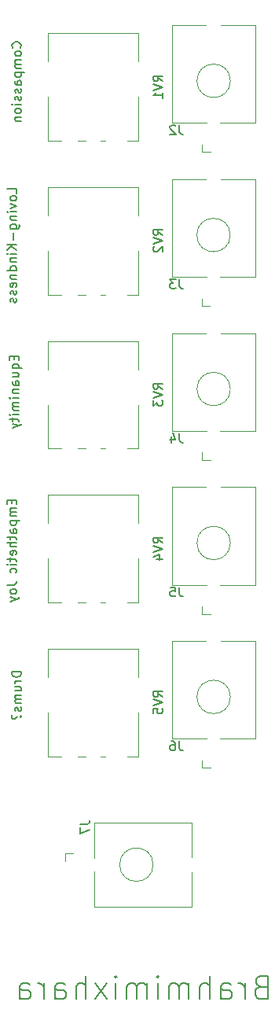
<source format=gbr>
%TF.GenerationSoftware,KiCad,Pcbnew,(7.0.0)*%
%TF.CreationDate,2023-03-10T05:54:07-08:00*%
%TF.ProjectId,wismix,7769736d-6978-42e6-9b69-6361645f7063,rev?*%
%TF.SameCoordinates,Original*%
%TF.FileFunction,Legend,Bot*%
%TF.FilePolarity,Positive*%
%FSLAX46Y46*%
G04 Gerber Fmt 4.6, Leading zero omitted, Abs format (unit mm)*
G04 Created by KiCad (PCBNEW (7.0.0)) date 2023-03-10 05:54:07*
%MOMM*%
%LPD*%
G01*
G04 APERTURE LIST*
%ADD10C,0.150000*%
%ADD11C,0.120000*%
%ADD12O,2.720000X3.240000*%
%ADD13R,1.800000X1.800000*%
%ADD14C,1.800000*%
%ADD15C,2.130000*%
%ADD16R,1.830000X1.930000*%
%ADD17R,1.930000X1.830000*%
G04 APERTURE END LIST*
D10*
X22532380Y-100738095D02*
X21532380Y-100738095D01*
X21532380Y-100738095D02*
X21532380Y-100976190D01*
X21532380Y-100976190D02*
X21580000Y-101119047D01*
X21580000Y-101119047D02*
X21675238Y-101214285D01*
X21675238Y-101214285D02*
X21770476Y-101261904D01*
X21770476Y-101261904D02*
X21960952Y-101309523D01*
X21960952Y-101309523D02*
X22103809Y-101309523D01*
X22103809Y-101309523D02*
X22294285Y-101261904D01*
X22294285Y-101261904D02*
X22389523Y-101214285D01*
X22389523Y-101214285D02*
X22484761Y-101119047D01*
X22484761Y-101119047D02*
X22532380Y-100976190D01*
X22532380Y-100976190D02*
X22532380Y-100738095D01*
X22532380Y-101738095D02*
X21865714Y-101738095D01*
X22056190Y-101738095D02*
X21960952Y-101785714D01*
X21960952Y-101785714D02*
X21913333Y-101833333D01*
X21913333Y-101833333D02*
X21865714Y-101928571D01*
X21865714Y-101928571D02*
X21865714Y-102023809D01*
X21865714Y-102785714D02*
X22532380Y-102785714D01*
X21865714Y-102357143D02*
X22389523Y-102357143D01*
X22389523Y-102357143D02*
X22484761Y-102404762D01*
X22484761Y-102404762D02*
X22532380Y-102500000D01*
X22532380Y-102500000D02*
X22532380Y-102642857D01*
X22532380Y-102642857D02*
X22484761Y-102738095D01*
X22484761Y-102738095D02*
X22437142Y-102785714D01*
X22532380Y-103261905D02*
X21865714Y-103261905D01*
X21960952Y-103261905D02*
X21913333Y-103309524D01*
X21913333Y-103309524D02*
X21865714Y-103404762D01*
X21865714Y-103404762D02*
X21865714Y-103547619D01*
X21865714Y-103547619D02*
X21913333Y-103642857D01*
X21913333Y-103642857D02*
X22008571Y-103690476D01*
X22008571Y-103690476D02*
X22532380Y-103690476D01*
X22008571Y-103690476D02*
X21913333Y-103738095D01*
X21913333Y-103738095D02*
X21865714Y-103833333D01*
X21865714Y-103833333D02*
X21865714Y-103976190D01*
X21865714Y-103976190D02*
X21913333Y-104071429D01*
X21913333Y-104071429D02*
X22008571Y-104119048D01*
X22008571Y-104119048D02*
X22532380Y-104119048D01*
X22484761Y-104547619D02*
X22532380Y-104642857D01*
X22532380Y-104642857D02*
X22532380Y-104833333D01*
X22532380Y-104833333D02*
X22484761Y-104928571D01*
X22484761Y-104928571D02*
X22389523Y-104976190D01*
X22389523Y-104976190D02*
X22341904Y-104976190D01*
X22341904Y-104976190D02*
X22246666Y-104928571D01*
X22246666Y-104928571D02*
X22199047Y-104833333D01*
X22199047Y-104833333D02*
X22199047Y-104690476D01*
X22199047Y-104690476D02*
X22151428Y-104595238D01*
X22151428Y-104595238D02*
X22056190Y-104547619D01*
X22056190Y-104547619D02*
X22008571Y-104547619D01*
X22008571Y-104547619D02*
X21913333Y-104595238D01*
X21913333Y-104595238D02*
X21865714Y-104690476D01*
X21865714Y-104690476D02*
X21865714Y-104833333D01*
X21865714Y-104833333D02*
X21913333Y-104928571D01*
X22437142Y-105547619D02*
X22484761Y-105595238D01*
X22484761Y-105595238D02*
X22532380Y-105547619D01*
X22532380Y-105547619D02*
X22484761Y-105500000D01*
X22484761Y-105500000D02*
X22437142Y-105547619D01*
X22437142Y-105547619D02*
X22532380Y-105547619D01*
X21580000Y-105357143D02*
X21532380Y-105452381D01*
X21532380Y-105452381D02*
X21532380Y-105690476D01*
X21532380Y-105690476D02*
X21580000Y-105785714D01*
X21580000Y-105785714D02*
X21675238Y-105833333D01*
X21675238Y-105833333D02*
X21770476Y-105833333D01*
X21770476Y-105833333D02*
X21865714Y-105785714D01*
X21865714Y-105785714D02*
X21913333Y-105738095D01*
X21913333Y-105738095D02*
X21960952Y-105642857D01*
X21960952Y-105642857D02*
X22008571Y-105595238D01*
X22008571Y-105595238D02*
X22103809Y-105547619D01*
X22103809Y-105547619D02*
X22151428Y-105547619D01*
X21508571Y-82238095D02*
X21508571Y-82571428D01*
X22032380Y-82714285D02*
X22032380Y-82238095D01*
X22032380Y-82238095D02*
X21032380Y-82238095D01*
X21032380Y-82238095D02*
X21032380Y-82714285D01*
X22032380Y-83142857D02*
X21365714Y-83142857D01*
X21460952Y-83142857D02*
X21413333Y-83190476D01*
X21413333Y-83190476D02*
X21365714Y-83285714D01*
X21365714Y-83285714D02*
X21365714Y-83428571D01*
X21365714Y-83428571D02*
X21413333Y-83523809D01*
X21413333Y-83523809D02*
X21508571Y-83571428D01*
X21508571Y-83571428D02*
X22032380Y-83571428D01*
X21508571Y-83571428D02*
X21413333Y-83619047D01*
X21413333Y-83619047D02*
X21365714Y-83714285D01*
X21365714Y-83714285D02*
X21365714Y-83857142D01*
X21365714Y-83857142D02*
X21413333Y-83952381D01*
X21413333Y-83952381D02*
X21508571Y-84000000D01*
X21508571Y-84000000D02*
X22032380Y-84000000D01*
X21365714Y-84476190D02*
X22365714Y-84476190D01*
X21413333Y-84476190D02*
X21365714Y-84571428D01*
X21365714Y-84571428D02*
X21365714Y-84761904D01*
X21365714Y-84761904D02*
X21413333Y-84857142D01*
X21413333Y-84857142D02*
X21460952Y-84904761D01*
X21460952Y-84904761D02*
X21556190Y-84952380D01*
X21556190Y-84952380D02*
X21841904Y-84952380D01*
X21841904Y-84952380D02*
X21937142Y-84904761D01*
X21937142Y-84904761D02*
X21984761Y-84857142D01*
X21984761Y-84857142D02*
X22032380Y-84761904D01*
X22032380Y-84761904D02*
X22032380Y-84571428D01*
X22032380Y-84571428D02*
X21984761Y-84476190D01*
X22032380Y-85809523D02*
X21508571Y-85809523D01*
X21508571Y-85809523D02*
X21413333Y-85761904D01*
X21413333Y-85761904D02*
X21365714Y-85666666D01*
X21365714Y-85666666D02*
X21365714Y-85476190D01*
X21365714Y-85476190D02*
X21413333Y-85380952D01*
X21984761Y-85809523D02*
X22032380Y-85714285D01*
X22032380Y-85714285D02*
X22032380Y-85476190D01*
X22032380Y-85476190D02*
X21984761Y-85380952D01*
X21984761Y-85380952D02*
X21889523Y-85333333D01*
X21889523Y-85333333D02*
X21794285Y-85333333D01*
X21794285Y-85333333D02*
X21699047Y-85380952D01*
X21699047Y-85380952D02*
X21651428Y-85476190D01*
X21651428Y-85476190D02*
X21651428Y-85714285D01*
X21651428Y-85714285D02*
X21603809Y-85809523D01*
X21365714Y-86142857D02*
X21365714Y-86523809D01*
X21032380Y-86285714D02*
X21889523Y-86285714D01*
X21889523Y-86285714D02*
X21984761Y-86333333D01*
X21984761Y-86333333D02*
X22032380Y-86428571D01*
X22032380Y-86428571D02*
X22032380Y-86523809D01*
X22032380Y-86857143D02*
X21032380Y-86857143D01*
X22032380Y-87285714D02*
X21508571Y-87285714D01*
X21508571Y-87285714D02*
X21413333Y-87238095D01*
X21413333Y-87238095D02*
X21365714Y-87142857D01*
X21365714Y-87142857D02*
X21365714Y-87000000D01*
X21365714Y-87000000D02*
X21413333Y-86904762D01*
X21413333Y-86904762D02*
X21460952Y-86857143D01*
X21984761Y-88142857D02*
X22032380Y-88047619D01*
X22032380Y-88047619D02*
X22032380Y-87857143D01*
X22032380Y-87857143D02*
X21984761Y-87761905D01*
X21984761Y-87761905D02*
X21889523Y-87714286D01*
X21889523Y-87714286D02*
X21508571Y-87714286D01*
X21508571Y-87714286D02*
X21413333Y-87761905D01*
X21413333Y-87761905D02*
X21365714Y-87857143D01*
X21365714Y-87857143D02*
X21365714Y-88047619D01*
X21365714Y-88047619D02*
X21413333Y-88142857D01*
X21413333Y-88142857D02*
X21508571Y-88190476D01*
X21508571Y-88190476D02*
X21603809Y-88190476D01*
X21603809Y-88190476D02*
X21699047Y-87714286D01*
X21365714Y-88476191D02*
X21365714Y-88857143D01*
X21032380Y-88619048D02*
X21889523Y-88619048D01*
X21889523Y-88619048D02*
X21984761Y-88666667D01*
X21984761Y-88666667D02*
X22032380Y-88761905D01*
X22032380Y-88761905D02*
X22032380Y-88857143D01*
X22032380Y-89190477D02*
X21365714Y-89190477D01*
X21032380Y-89190477D02*
X21080000Y-89142858D01*
X21080000Y-89142858D02*
X21127619Y-89190477D01*
X21127619Y-89190477D02*
X21080000Y-89238096D01*
X21080000Y-89238096D02*
X21032380Y-89190477D01*
X21032380Y-89190477D02*
X21127619Y-89190477D01*
X21984761Y-90095238D02*
X22032380Y-90000000D01*
X22032380Y-90000000D02*
X22032380Y-89809524D01*
X22032380Y-89809524D02*
X21984761Y-89714286D01*
X21984761Y-89714286D02*
X21937142Y-89666667D01*
X21937142Y-89666667D02*
X21841904Y-89619048D01*
X21841904Y-89619048D02*
X21556190Y-89619048D01*
X21556190Y-89619048D02*
X21460952Y-89666667D01*
X21460952Y-89666667D02*
X21413333Y-89714286D01*
X21413333Y-89714286D02*
X21365714Y-89809524D01*
X21365714Y-89809524D02*
X21365714Y-90000000D01*
X21365714Y-90000000D02*
X21413333Y-90095238D01*
X21032380Y-91409524D02*
X21746666Y-91409524D01*
X21746666Y-91409524D02*
X21889523Y-91361905D01*
X21889523Y-91361905D02*
X21984761Y-91266667D01*
X21984761Y-91266667D02*
X22032380Y-91123810D01*
X22032380Y-91123810D02*
X22032380Y-91028572D01*
X22032380Y-92028572D02*
X21984761Y-91933334D01*
X21984761Y-91933334D02*
X21937142Y-91885715D01*
X21937142Y-91885715D02*
X21841904Y-91838096D01*
X21841904Y-91838096D02*
X21556190Y-91838096D01*
X21556190Y-91838096D02*
X21460952Y-91885715D01*
X21460952Y-91885715D02*
X21413333Y-91933334D01*
X21413333Y-91933334D02*
X21365714Y-92028572D01*
X21365714Y-92028572D02*
X21365714Y-92171429D01*
X21365714Y-92171429D02*
X21413333Y-92266667D01*
X21413333Y-92266667D02*
X21460952Y-92314286D01*
X21460952Y-92314286D02*
X21556190Y-92361905D01*
X21556190Y-92361905D02*
X21841904Y-92361905D01*
X21841904Y-92361905D02*
X21937142Y-92314286D01*
X21937142Y-92314286D02*
X21984761Y-92266667D01*
X21984761Y-92266667D02*
X22032380Y-92171429D01*
X22032380Y-92171429D02*
X22032380Y-92028572D01*
X21365714Y-92695239D02*
X22032380Y-92933334D01*
X21365714Y-93171429D02*
X22032380Y-92933334D01*
X22032380Y-92933334D02*
X22270476Y-92838096D01*
X22270476Y-92838096D02*
X22318095Y-92790477D01*
X22318095Y-92790477D02*
X22365714Y-92695239D01*
X21758571Y-66738095D02*
X21758571Y-67071428D01*
X22282380Y-67214285D02*
X22282380Y-66738095D01*
X22282380Y-66738095D02*
X21282380Y-66738095D01*
X21282380Y-66738095D02*
X21282380Y-67214285D01*
X21615714Y-68071428D02*
X22615714Y-68071428D01*
X22234761Y-68071428D02*
X22282380Y-67976190D01*
X22282380Y-67976190D02*
X22282380Y-67785714D01*
X22282380Y-67785714D02*
X22234761Y-67690476D01*
X22234761Y-67690476D02*
X22187142Y-67642857D01*
X22187142Y-67642857D02*
X22091904Y-67595238D01*
X22091904Y-67595238D02*
X21806190Y-67595238D01*
X21806190Y-67595238D02*
X21710952Y-67642857D01*
X21710952Y-67642857D02*
X21663333Y-67690476D01*
X21663333Y-67690476D02*
X21615714Y-67785714D01*
X21615714Y-67785714D02*
X21615714Y-67976190D01*
X21615714Y-67976190D02*
X21663333Y-68071428D01*
X21615714Y-68976190D02*
X22282380Y-68976190D01*
X21615714Y-68547619D02*
X22139523Y-68547619D01*
X22139523Y-68547619D02*
X22234761Y-68595238D01*
X22234761Y-68595238D02*
X22282380Y-68690476D01*
X22282380Y-68690476D02*
X22282380Y-68833333D01*
X22282380Y-68833333D02*
X22234761Y-68928571D01*
X22234761Y-68928571D02*
X22187142Y-68976190D01*
X22282380Y-69880952D02*
X21758571Y-69880952D01*
X21758571Y-69880952D02*
X21663333Y-69833333D01*
X21663333Y-69833333D02*
X21615714Y-69738095D01*
X21615714Y-69738095D02*
X21615714Y-69547619D01*
X21615714Y-69547619D02*
X21663333Y-69452381D01*
X22234761Y-69880952D02*
X22282380Y-69785714D01*
X22282380Y-69785714D02*
X22282380Y-69547619D01*
X22282380Y-69547619D02*
X22234761Y-69452381D01*
X22234761Y-69452381D02*
X22139523Y-69404762D01*
X22139523Y-69404762D02*
X22044285Y-69404762D01*
X22044285Y-69404762D02*
X21949047Y-69452381D01*
X21949047Y-69452381D02*
X21901428Y-69547619D01*
X21901428Y-69547619D02*
X21901428Y-69785714D01*
X21901428Y-69785714D02*
X21853809Y-69880952D01*
X21615714Y-70357143D02*
X22282380Y-70357143D01*
X21710952Y-70357143D02*
X21663333Y-70404762D01*
X21663333Y-70404762D02*
X21615714Y-70500000D01*
X21615714Y-70500000D02*
X21615714Y-70642857D01*
X21615714Y-70642857D02*
X21663333Y-70738095D01*
X21663333Y-70738095D02*
X21758571Y-70785714D01*
X21758571Y-70785714D02*
X22282380Y-70785714D01*
X22282380Y-71261905D02*
X21615714Y-71261905D01*
X21282380Y-71261905D02*
X21330000Y-71214286D01*
X21330000Y-71214286D02*
X21377619Y-71261905D01*
X21377619Y-71261905D02*
X21330000Y-71309524D01*
X21330000Y-71309524D02*
X21282380Y-71261905D01*
X21282380Y-71261905D02*
X21377619Y-71261905D01*
X22282380Y-71738095D02*
X21615714Y-71738095D01*
X21710952Y-71738095D02*
X21663333Y-71785714D01*
X21663333Y-71785714D02*
X21615714Y-71880952D01*
X21615714Y-71880952D02*
X21615714Y-72023809D01*
X21615714Y-72023809D02*
X21663333Y-72119047D01*
X21663333Y-72119047D02*
X21758571Y-72166666D01*
X21758571Y-72166666D02*
X22282380Y-72166666D01*
X21758571Y-72166666D02*
X21663333Y-72214285D01*
X21663333Y-72214285D02*
X21615714Y-72309523D01*
X21615714Y-72309523D02*
X21615714Y-72452380D01*
X21615714Y-72452380D02*
X21663333Y-72547619D01*
X21663333Y-72547619D02*
X21758571Y-72595238D01*
X21758571Y-72595238D02*
X22282380Y-72595238D01*
X22282380Y-73071428D02*
X21615714Y-73071428D01*
X21282380Y-73071428D02*
X21330000Y-73023809D01*
X21330000Y-73023809D02*
X21377619Y-73071428D01*
X21377619Y-73071428D02*
X21330000Y-73119047D01*
X21330000Y-73119047D02*
X21282380Y-73071428D01*
X21282380Y-73071428D02*
X21377619Y-73071428D01*
X21615714Y-73404761D02*
X21615714Y-73785713D01*
X21282380Y-73547618D02*
X22139523Y-73547618D01*
X22139523Y-73547618D02*
X22234761Y-73595237D01*
X22234761Y-73595237D02*
X22282380Y-73690475D01*
X22282380Y-73690475D02*
X22282380Y-73785713D01*
X21615714Y-74023809D02*
X22282380Y-74261904D01*
X21615714Y-74499999D02*
X22282380Y-74261904D01*
X22282380Y-74261904D02*
X22520476Y-74166666D01*
X22520476Y-74166666D02*
X22568095Y-74119047D01*
X22568095Y-74119047D02*
X22615714Y-74023809D01*
X22032380Y-49214285D02*
X22032380Y-48738095D01*
X22032380Y-48738095D02*
X21032380Y-48738095D01*
X22032380Y-49690476D02*
X21984761Y-49595238D01*
X21984761Y-49595238D02*
X21937142Y-49547619D01*
X21937142Y-49547619D02*
X21841904Y-49500000D01*
X21841904Y-49500000D02*
X21556190Y-49500000D01*
X21556190Y-49500000D02*
X21460952Y-49547619D01*
X21460952Y-49547619D02*
X21413333Y-49595238D01*
X21413333Y-49595238D02*
X21365714Y-49690476D01*
X21365714Y-49690476D02*
X21365714Y-49833333D01*
X21365714Y-49833333D02*
X21413333Y-49928571D01*
X21413333Y-49928571D02*
X21460952Y-49976190D01*
X21460952Y-49976190D02*
X21556190Y-50023809D01*
X21556190Y-50023809D02*
X21841904Y-50023809D01*
X21841904Y-50023809D02*
X21937142Y-49976190D01*
X21937142Y-49976190D02*
X21984761Y-49928571D01*
X21984761Y-49928571D02*
X22032380Y-49833333D01*
X22032380Y-49833333D02*
X22032380Y-49690476D01*
X21365714Y-50357143D02*
X22032380Y-50595238D01*
X22032380Y-50595238D02*
X21365714Y-50833333D01*
X22032380Y-51214286D02*
X21365714Y-51214286D01*
X21032380Y-51214286D02*
X21080000Y-51166667D01*
X21080000Y-51166667D02*
X21127619Y-51214286D01*
X21127619Y-51214286D02*
X21080000Y-51261905D01*
X21080000Y-51261905D02*
X21032380Y-51214286D01*
X21032380Y-51214286D02*
X21127619Y-51214286D01*
X21365714Y-51690476D02*
X22032380Y-51690476D01*
X21460952Y-51690476D02*
X21413333Y-51738095D01*
X21413333Y-51738095D02*
X21365714Y-51833333D01*
X21365714Y-51833333D02*
X21365714Y-51976190D01*
X21365714Y-51976190D02*
X21413333Y-52071428D01*
X21413333Y-52071428D02*
X21508571Y-52119047D01*
X21508571Y-52119047D02*
X22032380Y-52119047D01*
X21365714Y-53023809D02*
X22175238Y-53023809D01*
X22175238Y-53023809D02*
X22270476Y-52976190D01*
X22270476Y-52976190D02*
X22318095Y-52928571D01*
X22318095Y-52928571D02*
X22365714Y-52833333D01*
X22365714Y-52833333D02*
X22365714Y-52690476D01*
X22365714Y-52690476D02*
X22318095Y-52595238D01*
X21984761Y-53023809D02*
X22032380Y-52928571D01*
X22032380Y-52928571D02*
X22032380Y-52738095D01*
X22032380Y-52738095D02*
X21984761Y-52642857D01*
X21984761Y-52642857D02*
X21937142Y-52595238D01*
X21937142Y-52595238D02*
X21841904Y-52547619D01*
X21841904Y-52547619D02*
X21556190Y-52547619D01*
X21556190Y-52547619D02*
X21460952Y-52595238D01*
X21460952Y-52595238D02*
X21413333Y-52642857D01*
X21413333Y-52642857D02*
X21365714Y-52738095D01*
X21365714Y-52738095D02*
X21365714Y-52928571D01*
X21365714Y-52928571D02*
X21413333Y-53023809D01*
X21651428Y-53500000D02*
X21651428Y-54261905D01*
X22032380Y-54738095D02*
X21032380Y-54738095D01*
X22032380Y-55309523D02*
X21460952Y-54880952D01*
X21032380Y-55309523D02*
X21603809Y-54738095D01*
X22032380Y-55738095D02*
X21365714Y-55738095D01*
X21032380Y-55738095D02*
X21080000Y-55690476D01*
X21080000Y-55690476D02*
X21127619Y-55738095D01*
X21127619Y-55738095D02*
X21080000Y-55785714D01*
X21080000Y-55785714D02*
X21032380Y-55738095D01*
X21032380Y-55738095D02*
X21127619Y-55738095D01*
X21365714Y-56214285D02*
X22032380Y-56214285D01*
X21460952Y-56214285D02*
X21413333Y-56261904D01*
X21413333Y-56261904D02*
X21365714Y-56357142D01*
X21365714Y-56357142D02*
X21365714Y-56499999D01*
X21365714Y-56499999D02*
X21413333Y-56595237D01*
X21413333Y-56595237D02*
X21508571Y-56642856D01*
X21508571Y-56642856D02*
X22032380Y-56642856D01*
X22032380Y-57547618D02*
X21032380Y-57547618D01*
X21984761Y-57547618D02*
X22032380Y-57452380D01*
X22032380Y-57452380D02*
X22032380Y-57261904D01*
X22032380Y-57261904D02*
X21984761Y-57166666D01*
X21984761Y-57166666D02*
X21937142Y-57119047D01*
X21937142Y-57119047D02*
X21841904Y-57071428D01*
X21841904Y-57071428D02*
X21556190Y-57071428D01*
X21556190Y-57071428D02*
X21460952Y-57119047D01*
X21460952Y-57119047D02*
X21413333Y-57166666D01*
X21413333Y-57166666D02*
X21365714Y-57261904D01*
X21365714Y-57261904D02*
X21365714Y-57452380D01*
X21365714Y-57452380D02*
X21413333Y-57547618D01*
X21365714Y-58023809D02*
X22032380Y-58023809D01*
X21460952Y-58023809D02*
X21413333Y-58071428D01*
X21413333Y-58071428D02*
X21365714Y-58166666D01*
X21365714Y-58166666D02*
X21365714Y-58309523D01*
X21365714Y-58309523D02*
X21413333Y-58404761D01*
X21413333Y-58404761D02*
X21508571Y-58452380D01*
X21508571Y-58452380D02*
X22032380Y-58452380D01*
X21984761Y-59309523D02*
X22032380Y-59214285D01*
X22032380Y-59214285D02*
X22032380Y-59023809D01*
X22032380Y-59023809D02*
X21984761Y-58928571D01*
X21984761Y-58928571D02*
X21889523Y-58880952D01*
X21889523Y-58880952D02*
X21508571Y-58880952D01*
X21508571Y-58880952D02*
X21413333Y-58928571D01*
X21413333Y-58928571D02*
X21365714Y-59023809D01*
X21365714Y-59023809D02*
X21365714Y-59214285D01*
X21365714Y-59214285D02*
X21413333Y-59309523D01*
X21413333Y-59309523D02*
X21508571Y-59357142D01*
X21508571Y-59357142D02*
X21603809Y-59357142D01*
X21603809Y-59357142D02*
X21699047Y-58880952D01*
X21984761Y-59738095D02*
X22032380Y-59833333D01*
X22032380Y-59833333D02*
X22032380Y-60023809D01*
X22032380Y-60023809D02*
X21984761Y-60119047D01*
X21984761Y-60119047D02*
X21889523Y-60166666D01*
X21889523Y-60166666D02*
X21841904Y-60166666D01*
X21841904Y-60166666D02*
X21746666Y-60119047D01*
X21746666Y-60119047D02*
X21699047Y-60023809D01*
X21699047Y-60023809D02*
X21699047Y-59880952D01*
X21699047Y-59880952D02*
X21651428Y-59785714D01*
X21651428Y-59785714D02*
X21556190Y-59738095D01*
X21556190Y-59738095D02*
X21508571Y-59738095D01*
X21508571Y-59738095D02*
X21413333Y-59785714D01*
X21413333Y-59785714D02*
X21365714Y-59880952D01*
X21365714Y-59880952D02*
X21365714Y-60023809D01*
X21365714Y-60023809D02*
X21413333Y-60119047D01*
X21984761Y-60547619D02*
X22032380Y-60642857D01*
X22032380Y-60642857D02*
X22032380Y-60833333D01*
X22032380Y-60833333D02*
X21984761Y-60928571D01*
X21984761Y-60928571D02*
X21889523Y-60976190D01*
X21889523Y-60976190D02*
X21841904Y-60976190D01*
X21841904Y-60976190D02*
X21746666Y-60928571D01*
X21746666Y-60928571D02*
X21699047Y-60833333D01*
X21699047Y-60833333D02*
X21699047Y-60690476D01*
X21699047Y-60690476D02*
X21651428Y-60595238D01*
X21651428Y-60595238D02*
X21556190Y-60547619D01*
X21556190Y-60547619D02*
X21508571Y-60547619D01*
X21508571Y-60547619D02*
X21413333Y-60595238D01*
X21413333Y-60595238D02*
X21365714Y-60690476D01*
X21365714Y-60690476D02*
X21365714Y-60833333D01*
X21365714Y-60833333D02*
X21413333Y-60928571D01*
X22437142Y-33559523D02*
X22484761Y-33511904D01*
X22484761Y-33511904D02*
X22532380Y-33369047D01*
X22532380Y-33369047D02*
X22532380Y-33273809D01*
X22532380Y-33273809D02*
X22484761Y-33130952D01*
X22484761Y-33130952D02*
X22389523Y-33035714D01*
X22389523Y-33035714D02*
X22294285Y-32988095D01*
X22294285Y-32988095D02*
X22103809Y-32940476D01*
X22103809Y-32940476D02*
X21960952Y-32940476D01*
X21960952Y-32940476D02*
X21770476Y-32988095D01*
X21770476Y-32988095D02*
X21675238Y-33035714D01*
X21675238Y-33035714D02*
X21580000Y-33130952D01*
X21580000Y-33130952D02*
X21532380Y-33273809D01*
X21532380Y-33273809D02*
X21532380Y-33369047D01*
X21532380Y-33369047D02*
X21580000Y-33511904D01*
X21580000Y-33511904D02*
X21627619Y-33559523D01*
X22532380Y-34130952D02*
X22484761Y-34035714D01*
X22484761Y-34035714D02*
X22437142Y-33988095D01*
X22437142Y-33988095D02*
X22341904Y-33940476D01*
X22341904Y-33940476D02*
X22056190Y-33940476D01*
X22056190Y-33940476D02*
X21960952Y-33988095D01*
X21960952Y-33988095D02*
X21913333Y-34035714D01*
X21913333Y-34035714D02*
X21865714Y-34130952D01*
X21865714Y-34130952D02*
X21865714Y-34273809D01*
X21865714Y-34273809D02*
X21913333Y-34369047D01*
X21913333Y-34369047D02*
X21960952Y-34416666D01*
X21960952Y-34416666D02*
X22056190Y-34464285D01*
X22056190Y-34464285D02*
X22341904Y-34464285D01*
X22341904Y-34464285D02*
X22437142Y-34416666D01*
X22437142Y-34416666D02*
X22484761Y-34369047D01*
X22484761Y-34369047D02*
X22532380Y-34273809D01*
X22532380Y-34273809D02*
X22532380Y-34130952D01*
X22532380Y-34892857D02*
X21865714Y-34892857D01*
X21960952Y-34892857D02*
X21913333Y-34940476D01*
X21913333Y-34940476D02*
X21865714Y-35035714D01*
X21865714Y-35035714D02*
X21865714Y-35178571D01*
X21865714Y-35178571D02*
X21913333Y-35273809D01*
X21913333Y-35273809D02*
X22008571Y-35321428D01*
X22008571Y-35321428D02*
X22532380Y-35321428D01*
X22008571Y-35321428D02*
X21913333Y-35369047D01*
X21913333Y-35369047D02*
X21865714Y-35464285D01*
X21865714Y-35464285D02*
X21865714Y-35607142D01*
X21865714Y-35607142D02*
X21913333Y-35702381D01*
X21913333Y-35702381D02*
X22008571Y-35750000D01*
X22008571Y-35750000D02*
X22532380Y-35750000D01*
X21865714Y-36226190D02*
X22865714Y-36226190D01*
X21913333Y-36226190D02*
X21865714Y-36321428D01*
X21865714Y-36321428D02*
X21865714Y-36511904D01*
X21865714Y-36511904D02*
X21913333Y-36607142D01*
X21913333Y-36607142D02*
X21960952Y-36654761D01*
X21960952Y-36654761D02*
X22056190Y-36702380D01*
X22056190Y-36702380D02*
X22341904Y-36702380D01*
X22341904Y-36702380D02*
X22437142Y-36654761D01*
X22437142Y-36654761D02*
X22484761Y-36607142D01*
X22484761Y-36607142D02*
X22532380Y-36511904D01*
X22532380Y-36511904D02*
X22532380Y-36321428D01*
X22532380Y-36321428D02*
X22484761Y-36226190D01*
X22532380Y-37559523D02*
X22008571Y-37559523D01*
X22008571Y-37559523D02*
X21913333Y-37511904D01*
X21913333Y-37511904D02*
X21865714Y-37416666D01*
X21865714Y-37416666D02*
X21865714Y-37226190D01*
X21865714Y-37226190D02*
X21913333Y-37130952D01*
X22484761Y-37559523D02*
X22532380Y-37464285D01*
X22532380Y-37464285D02*
X22532380Y-37226190D01*
X22532380Y-37226190D02*
X22484761Y-37130952D01*
X22484761Y-37130952D02*
X22389523Y-37083333D01*
X22389523Y-37083333D02*
X22294285Y-37083333D01*
X22294285Y-37083333D02*
X22199047Y-37130952D01*
X22199047Y-37130952D02*
X22151428Y-37226190D01*
X22151428Y-37226190D02*
X22151428Y-37464285D01*
X22151428Y-37464285D02*
X22103809Y-37559523D01*
X22484761Y-37988095D02*
X22532380Y-38083333D01*
X22532380Y-38083333D02*
X22532380Y-38273809D01*
X22532380Y-38273809D02*
X22484761Y-38369047D01*
X22484761Y-38369047D02*
X22389523Y-38416666D01*
X22389523Y-38416666D02*
X22341904Y-38416666D01*
X22341904Y-38416666D02*
X22246666Y-38369047D01*
X22246666Y-38369047D02*
X22199047Y-38273809D01*
X22199047Y-38273809D02*
X22199047Y-38130952D01*
X22199047Y-38130952D02*
X22151428Y-38035714D01*
X22151428Y-38035714D02*
X22056190Y-37988095D01*
X22056190Y-37988095D02*
X22008571Y-37988095D01*
X22008571Y-37988095D02*
X21913333Y-38035714D01*
X21913333Y-38035714D02*
X21865714Y-38130952D01*
X21865714Y-38130952D02*
X21865714Y-38273809D01*
X21865714Y-38273809D02*
X21913333Y-38369047D01*
X22484761Y-38797619D02*
X22532380Y-38892857D01*
X22532380Y-38892857D02*
X22532380Y-39083333D01*
X22532380Y-39083333D02*
X22484761Y-39178571D01*
X22484761Y-39178571D02*
X22389523Y-39226190D01*
X22389523Y-39226190D02*
X22341904Y-39226190D01*
X22341904Y-39226190D02*
X22246666Y-39178571D01*
X22246666Y-39178571D02*
X22199047Y-39083333D01*
X22199047Y-39083333D02*
X22199047Y-38940476D01*
X22199047Y-38940476D02*
X22151428Y-38845238D01*
X22151428Y-38845238D02*
X22056190Y-38797619D01*
X22056190Y-38797619D02*
X22008571Y-38797619D01*
X22008571Y-38797619D02*
X21913333Y-38845238D01*
X21913333Y-38845238D02*
X21865714Y-38940476D01*
X21865714Y-38940476D02*
X21865714Y-39083333D01*
X21865714Y-39083333D02*
X21913333Y-39178571D01*
X22532380Y-39654762D02*
X21865714Y-39654762D01*
X21532380Y-39654762D02*
X21580000Y-39607143D01*
X21580000Y-39607143D02*
X21627619Y-39654762D01*
X21627619Y-39654762D02*
X21580000Y-39702381D01*
X21580000Y-39702381D02*
X21532380Y-39654762D01*
X21532380Y-39654762D02*
X21627619Y-39654762D01*
X22532380Y-40273809D02*
X22484761Y-40178571D01*
X22484761Y-40178571D02*
X22437142Y-40130952D01*
X22437142Y-40130952D02*
X22341904Y-40083333D01*
X22341904Y-40083333D02*
X22056190Y-40083333D01*
X22056190Y-40083333D02*
X21960952Y-40130952D01*
X21960952Y-40130952D02*
X21913333Y-40178571D01*
X21913333Y-40178571D02*
X21865714Y-40273809D01*
X21865714Y-40273809D02*
X21865714Y-40416666D01*
X21865714Y-40416666D02*
X21913333Y-40511904D01*
X21913333Y-40511904D02*
X21960952Y-40559523D01*
X21960952Y-40559523D02*
X22056190Y-40607142D01*
X22056190Y-40607142D02*
X22341904Y-40607142D01*
X22341904Y-40607142D02*
X22437142Y-40559523D01*
X22437142Y-40559523D02*
X22484761Y-40511904D01*
X22484761Y-40511904D02*
X22532380Y-40416666D01*
X22532380Y-40416666D02*
X22532380Y-40273809D01*
X21865714Y-41035714D02*
X22532380Y-41035714D01*
X21960952Y-41035714D02*
X21913333Y-41083333D01*
X21913333Y-41083333D02*
X21865714Y-41178571D01*
X21865714Y-41178571D02*
X21865714Y-41321428D01*
X21865714Y-41321428D02*
X21913333Y-41416666D01*
X21913333Y-41416666D02*
X22008571Y-41464285D01*
X22008571Y-41464285D02*
X22532380Y-41464285D01*
X48321428Y-134646428D02*
X47964285Y-134765476D01*
X47964285Y-134765476D02*
X47845238Y-134884523D01*
X47845238Y-134884523D02*
X47726190Y-135122619D01*
X47726190Y-135122619D02*
X47726190Y-135479761D01*
X47726190Y-135479761D02*
X47845238Y-135717857D01*
X47845238Y-135717857D02*
X47964285Y-135836904D01*
X47964285Y-135836904D02*
X48202380Y-135955952D01*
X48202380Y-135955952D02*
X49154761Y-135955952D01*
X49154761Y-135955952D02*
X49154761Y-133455952D01*
X49154761Y-133455952D02*
X48321428Y-133455952D01*
X48321428Y-133455952D02*
X48083333Y-133575000D01*
X48083333Y-133575000D02*
X47964285Y-133694047D01*
X47964285Y-133694047D02*
X47845238Y-133932142D01*
X47845238Y-133932142D02*
X47845238Y-134170238D01*
X47845238Y-134170238D02*
X47964285Y-134408333D01*
X47964285Y-134408333D02*
X48083333Y-134527380D01*
X48083333Y-134527380D02*
X48321428Y-134646428D01*
X48321428Y-134646428D02*
X49154761Y-134646428D01*
X46654761Y-135955952D02*
X46654761Y-134289285D01*
X46654761Y-134765476D02*
X46535714Y-134527380D01*
X46535714Y-134527380D02*
X46416666Y-134408333D01*
X46416666Y-134408333D02*
X46178571Y-134289285D01*
X46178571Y-134289285D02*
X45940476Y-134289285D01*
X44035714Y-135955952D02*
X44035714Y-134646428D01*
X44035714Y-134646428D02*
X44154761Y-134408333D01*
X44154761Y-134408333D02*
X44392857Y-134289285D01*
X44392857Y-134289285D02*
X44869047Y-134289285D01*
X44869047Y-134289285D02*
X45107142Y-134408333D01*
X44035714Y-135836904D02*
X44273809Y-135955952D01*
X44273809Y-135955952D02*
X44869047Y-135955952D01*
X44869047Y-135955952D02*
X45107142Y-135836904D01*
X45107142Y-135836904D02*
X45226190Y-135598809D01*
X45226190Y-135598809D02*
X45226190Y-135360714D01*
X45226190Y-135360714D02*
X45107142Y-135122619D01*
X45107142Y-135122619D02*
X44869047Y-135003571D01*
X44869047Y-135003571D02*
X44273809Y-135003571D01*
X44273809Y-135003571D02*
X44035714Y-134884523D01*
X42845237Y-135955952D02*
X42845237Y-133455952D01*
X41773809Y-135955952D02*
X41773809Y-134646428D01*
X41773809Y-134646428D02*
X41892856Y-134408333D01*
X41892856Y-134408333D02*
X42130952Y-134289285D01*
X42130952Y-134289285D02*
X42488095Y-134289285D01*
X42488095Y-134289285D02*
X42726190Y-134408333D01*
X42726190Y-134408333D02*
X42845237Y-134527380D01*
X40583332Y-135955952D02*
X40583332Y-134289285D01*
X40583332Y-134527380D02*
X40464285Y-134408333D01*
X40464285Y-134408333D02*
X40226190Y-134289285D01*
X40226190Y-134289285D02*
X39869047Y-134289285D01*
X39869047Y-134289285D02*
X39630951Y-134408333D01*
X39630951Y-134408333D02*
X39511904Y-134646428D01*
X39511904Y-134646428D02*
X39511904Y-135955952D01*
X39511904Y-134646428D02*
X39392856Y-134408333D01*
X39392856Y-134408333D02*
X39154761Y-134289285D01*
X39154761Y-134289285D02*
X38797618Y-134289285D01*
X38797618Y-134289285D02*
X38559523Y-134408333D01*
X38559523Y-134408333D02*
X38440475Y-134646428D01*
X38440475Y-134646428D02*
X38440475Y-135955952D01*
X37249999Y-135955952D02*
X37249999Y-134289285D01*
X37249999Y-133455952D02*
X37369047Y-133575000D01*
X37369047Y-133575000D02*
X37249999Y-133694047D01*
X37249999Y-133694047D02*
X37130952Y-133575000D01*
X37130952Y-133575000D02*
X37249999Y-133455952D01*
X37249999Y-133455952D02*
X37249999Y-133694047D01*
X36059523Y-135955952D02*
X36059523Y-134289285D01*
X36059523Y-134527380D02*
X35940476Y-134408333D01*
X35940476Y-134408333D02*
X35702381Y-134289285D01*
X35702381Y-134289285D02*
X35345238Y-134289285D01*
X35345238Y-134289285D02*
X35107142Y-134408333D01*
X35107142Y-134408333D02*
X34988095Y-134646428D01*
X34988095Y-134646428D02*
X34988095Y-135955952D01*
X34988095Y-134646428D02*
X34869047Y-134408333D01*
X34869047Y-134408333D02*
X34630952Y-134289285D01*
X34630952Y-134289285D02*
X34273809Y-134289285D01*
X34273809Y-134289285D02*
X34035714Y-134408333D01*
X34035714Y-134408333D02*
X33916666Y-134646428D01*
X33916666Y-134646428D02*
X33916666Y-135955952D01*
X32726190Y-135955952D02*
X32726190Y-134289285D01*
X32726190Y-133455952D02*
X32845238Y-133575000D01*
X32845238Y-133575000D02*
X32726190Y-133694047D01*
X32726190Y-133694047D02*
X32607143Y-133575000D01*
X32607143Y-133575000D02*
X32726190Y-133455952D01*
X32726190Y-133455952D02*
X32726190Y-133694047D01*
X31773810Y-135955952D02*
X30464286Y-134289285D01*
X31773810Y-134289285D02*
X30464286Y-135955952D01*
X29511904Y-135955952D02*
X29511904Y-133455952D01*
X28440476Y-135955952D02*
X28440476Y-134646428D01*
X28440476Y-134646428D02*
X28559523Y-134408333D01*
X28559523Y-134408333D02*
X28797619Y-134289285D01*
X28797619Y-134289285D02*
X29154762Y-134289285D01*
X29154762Y-134289285D02*
X29392857Y-134408333D01*
X29392857Y-134408333D02*
X29511904Y-134527380D01*
X26178571Y-135955952D02*
X26178571Y-134646428D01*
X26178571Y-134646428D02*
X26297618Y-134408333D01*
X26297618Y-134408333D02*
X26535714Y-134289285D01*
X26535714Y-134289285D02*
X27011904Y-134289285D01*
X27011904Y-134289285D02*
X27249999Y-134408333D01*
X26178571Y-135836904D02*
X26416666Y-135955952D01*
X26416666Y-135955952D02*
X27011904Y-135955952D01*
X27011904Y-135955952D02*
X27249999Y-135836904D01*
X27249999Y-135836904D02*
X27369047Y-135598809D01*
X27369047Y-135598809D02*
X27369047Y-135360714D01*
X27369047Y-135360714D02*
X27249999Y-135122619D01*
X27249999Y-135122619D02*
X27011904Y-135003571D01*
X27011904Y-135003571D02*
X26416666Y-135003571D01*
X26416666Y-135003571D02*
X26178571Y-134884523D01*
X24988094Y-135955952D02*
X24988094Y-134289285D01*
X24988094Y-134765476D02*
X24869047Y-134527380D01*
X24869047Y-134527380D02*
X24749999Y-134408333D01*
X24749999Y-134408333D02*
X24511904Y-134289285D01*
X24511904Y-134289285D02*
X24273809Y-134289285D01*
X22369047Y-135955952D02*
X22369047Y-134646428D01*
X22369047Y-134646428D02*
X22488094Y-134408333D01*
X22488094Y-134408333D02*
X22726190Y-134289285D01*
X22726190Y-134289285D02*
X23202380Y-134289285D01*
X23202380Y-134289285D02*
X23440475Y-134408333D01*
X22369047Y-135836904D02*
X22607142Y-135955952D01*
X22607142Y-135955952D02*
X23202380Y-135955952D01*
X23202380Y-135955952D02*
X23440475Y-135836904D01*
X23440475Y-135836904D02*
X23559523Y-135598809D01*
X23559523Y-135598809D02*
X23559523Y-135360714D01*
X23559523Y-135360714D02*
X23440475Y-135122619D01*
X23440475Y-135122619D02*
X23202380Y-135003571D01*
X23202380Y-135003571D02*
X22607142Y-135003571D01*
X22607142Y-135003571D02*
X22369047Y-134884523D01*
%TO.C,RV5*%
X37779880Y-103444761D02*
X37303690Y-103111428D01*
X37779880Y-102873333D02*
X36779880Y-102873333D01*
X36779880Y-102873333D02*
X36779880Y-103254285D01*
X36779880Y-103254285D02*
X36827500Y-103349523D01*
X36827500Y-103349523D02*
X36875119Y-103397142D01*
X36875119Y-103397142D02*
X36970357Y-103444761D01*
X36970357Y-103444761D02*
X37113214Y-103444761D01*
X37113214Y-103444761D02*
X37208452Y-103397142D01*
X37208452Y-103397142D02*
X37256071Y-103349523D01*
X37256071Y-103349523D02*
X37303690Y-103254285D01*
X37303690Y-103254285D02*
X37303690Y-102873333D01*
X36779880Y-103730476D02*
X37779880Y-104063809D01*
X37779880Y-104063809D02*
X36779880Y-104397142D01*
X36779880Y-105206666D02*
X36779880Y-104730476D01*
X36779880Y-104730476D02*
X37256071Y-104682857D01*
X37256071Y-104682857D02*
X37208452Y-104730476D01*
X37208452Y-104730476D02*
X37160833Y-104825714D01*
X37160833Y-104825714D02*
X37160833Y-105063809D01*
X37160833Y-105063809D02*
X37208452Y-105159047D01*
X37208452Y-105159047D02*
X37256071Y-105206666D01*
X37256071Y-105206666D02*
X37351309Y-105254285D01*
X37351309Y-105254285D02*
X37589404Y-105254285D01*
X37589404Y-105254285D02*
X37684642Y-105206666D01*
X37684642Y-105206666D02*
X37732261Y-105159047D01*
X37732261Y-105159047D02*
X37779880Y-105063809D01*
X37779880Y-105063809D02*
X37779880Y-104825714D01*
X37779880Y-104825714D02*
X37732261Y-104730476D01*
X37732261Y-104730476D02*
X37684642Y-104682857D01*
%TO.C,RV4*%
X37779880Y-86869761D02*
X37303690Y-86536428D01*
X37779880Y-86298333D02*
X36779880Y-86298333D01*
X36779880Y-86298333D02*
X36779880Y-86679285D01*
X36779880Y-86679285D02*
X36827500Y-86774523D01*
X36827500Y-86774523D02*
X36875119Y-86822142D01*
X36875119Y-86822142D02*
X36970357Y-86869761D01*
X36970357Y-86869761D02*
X37113214Y-86869761D01*
X37113214Y-86869761D02*
X37208452Y-86822142D01*
X37208452Y-86822142D02*
X37256071Y-86774523D01*
X37256071Y-86774523D02*
X37303690Y-86679285D01*
X37303690Y-86679285D02*
X37303690Y-86298333D01*
X36779880Y-87155476D02*
X37779880Y-87488809D01*
X37779880Y-87488809D02*
X36779880Y-87822142D01*
X37113214Y-88584047D02*
X37779880Y-88584047D01*
X36732261Y-88345952D02*
X37446547Y-88107857D01*
X37446547Y-88107857D02*
X37446547Y-88726904D01*
%TO.C,RV3*%
X37779880Y-70294761D02*
X37303690Y-69961428D01*
X37779880Y-69723333D02*
X36779880Y-69723333D01*
X36779880Y-69723333D02*
X36779880Y-70104285D01*
X36779880Y-70104285D02*
X36827500Y-70199523D01*
X36827500Y-70199523D02*
X36875119Y-70247142D01*
X36875119Y-70247142D02*
X36970357Y-70294761D01*
X36970357Y-70294761D02*
X37113214Y-70294761D01*
X37113214Y-70294761D02*
X37208452Y-70247142D01*
X37208452Y-70247142D02*
X37256071Y-70199523D01*
X37256071Y-70199523D02*
X37303690Y-70104285D01*
X37303690Y-70104285D02*
X37303690Y-69723333D01*
X36779880Y-70580476D02*
X37779880Y-70913809D01*
X37779880Y-70913809D02*
X36779880Y-71247142D01*
X36779880Y-71485238D02*
X36779880Y-72104285D01*
X36779880Y-72104285D02*
X37160833Y-71770952D01*
X37160833Y-71770952D02*
X37160833Y-71913809D01*
X37160833Y-71913809D02*
X37208452Y-72009047D01*
X37208452Y-72009047D02*
X37256071Y-72056666D01*
X37256071Y-72056666D02*
X37351309Y-72104285D01*
X37351309Y-72104285D02*
X37589404Y-72104285D01*
X37589404Y-72104285D02*
X37684642Y-72056666D01*
X37684642Y-72056666D02*
X37732261Y-72009047D01*
X37732261Y-72009047D02*
X37779880Y-71913809D01*
X37779880Y-71913809D02*
X37779880Y-71628095D01*
X37779880Y-71628095D02*
X37732261Y-71532857D01*
X37732261Y-71532857D02*
X37684642Y-71485238D01*
%TO.C,RV2*%
X37779880Y-53719761D02*
X37303690Y-53386428D01*
X37779880Y-53148333D02*
X36779880Y-53148333D01*
X36779880Y-53148333D02*
X36779880Y-53529285D01*
X36779880Y-53529285D02*
X36827500Y-53624523D01*
X36827500Y-53624523D02*
X36875119Y-53672142D01*
X36875119Y-53672142D02*
X36970357Y-53719761D01*
X36970357Y-53719761D02*
X37113214Y-53719761D01*
X37113214Y-53719761D02*
X37208452Y-53672142D01*
X37208452Y-53672142D02*
X37256071Y-53624523D01*
X37256071Y-53624523D02*
X37303690Y-53529285D01*
X37303690Y-53529285D02*
X37303690Y-53148333D01*
X36779880Y-54005476D02*
X37779880Y-54338809D01*
X37779880Y-54338809D02*
X36779880Y-54672142D01*
X36875119Y-54957857D02*
X36827500Y-55005476D01*
X36827500Y-55005476D02*
X36779880Y-55100714D01*
X36779880Y-55100714D02*
X36779880Y-55338809D01*
X36779880Y-55338809D02*
X36827500Y-55434047D01*
X36827500Y-55434047D02*
X36875119Y-55481666D01*
X36875119Y-55481666D02*
X36970357Y-55529285D01*
X36970357Y-55529285D02*
X37065595Y-55529285D01*
X37065595Y-55529285D02*
X37208452Y-55481666D01*
X37208452Y-55481666D02*
X37779880Y-54910238D01*
X37779880Y-54910238D02*
X37779880Y-55529285D01*
%TO.C,RV1*%
X37779880Y-37169761D02*
X37303690Y-36836428D01*
X37779880Y-36598333D02*
X36779880Y-36598333D01*
X36779880Y-36598333D02*
X36779880Y-36979285D01*
X36779880Y-36979285D02*
X36827500Y-37074523D01*
X36827500Y-37074523D02*
X36875119Y-37122142D01*
X36875119Y-37122142D02*
X36970357Y-37169761D01*
X36970357Y-37169761D02*
X37113214Y-37169761D01*
X37113214Y-37169761D02*
X37208452Y-37122142D01*
X37208452Y-37122142D02*
X37256071Y-37074523D01*
X37256071Y-37074523D02*
X37303690Y-36979285D01*
X37303690Y-36979285D02*
X37303690Y-36598333D01*
X36779880Y-37455476D02*
X37779880Y-37788809D01*
X37779880Y-37788809D02*
X36779880Y-38122142D01*
X37779880Y-38979285D02*
X37779880Y-38407857D01*
X37779880Y-38693571D02*
X36779880Y-38693571D01*
X36779880Y-38693571D02*
X36922738Y-38598333D01*
X36922738Y-38598333D02*
X37017976Y-38503095D01*
X37017976Y-38503095D02*
X37065595Y-38407857D01*
%TO.C,J7*%
X28917380Y-117136666D02*
X29631666Y-117136666D01*
X29631666Y-117136666D02*
X29774523Y-117089047D01*
X29774523Y-117089047D02*
X29869761Y-116993809D01*
X29869761Y-116993809D02*
X29917380Y-116850952D01*
X29917380Y-116850952D02*
X29917380Y-116755714D01*
X28917380Y-117517619D02*
X28917380Y-118184285D01*
X28917380Y-118184285D02*
X29917380Y-117755714D01*
%TO.C,J6*%
X39575833Y-108212380D02*
X39575833Y-108926666D01*
X39575833Y-108926666D02*
X39623452Y-109069523D01*
X39623452Y-109069523D02*
X39718690Y-109164761D01*
X39718690Y-109164761D02*
X39861547Y-109212380D01*
X39861547Y-109212380D02*
X39956785Y-109212380D01*
X38671071Y-108212380D02*
X38861547Y-108212380D01*
X38861547Y-108212380D02*
X38956785Y-108260000D01*
X38956785Y-108260000D02*
X39004404Y-108307619D01*
X39004404Y-108307619D02*
X39099642Y-108450476D01*
X39099642Y-108450476D02*
X39147261Y-108640952D01*
X39147261Y-108640952D02*
X39147261Y-109021904D01*
X39147261Y-109021904D02*
X39099642Y-109117142D01*
X39099642Y-109117142D02*
X39052023Y-109164761D01*
X39052023Y-109164761D02*
X38956785Y-109212380D01*
X38956785Y-109212380D02*
X38766309Y-109212380D01*
X38766309Y-109212380D02*
X38671071Y-109164761D01*
X38671071Y-109164761D02*
X38623452Y-109117142D01*
X38623452Y-109117142D02*
X38575833Y-109021904D01*
X38575833Y-109021904D02*
X38575833Y-108783809D01*
X38575833Y-108783809D02*
X38623452Y-108688571D01*
X38623452Y-108688571D02*
X38671071Y-108640952D01*
X38671071Y-108640952D02*
X38766309Y-108593333D01*
X38766309Y-108593333D02*
X38956785Y-108593333D01*
X38956785Y-108593333D02*
X39052023Y-108640952D01*
X39052023Y-108640952D02*
X39099642Y-108688571D01*
X39099642Y-108688571D02*
X39147261Y-108783809D01*
%TO.C,J5*%
X39575833Y-91637380D02*
X39575833Y-92351666D01*
X39575833Y-92351666D02*
X39623452Y-92494523D01*
X39623452Y-92494523D02*
X39718690Y-92589761D01*
X39718690Y-92589761D02*
X39861547Y-92637380D01*
X39861547Y-92637380D02*
X39956785Y-92637380D01*
X38623452Y-91637380D02*
X39099642Y-91637380D01*
X39099642Y-91637380D02*
X39147261Y-92113571D01*
X39147261Y-92113571D02*
X39099642Y-92065952D01*
X39099642Y-92065952D02*
X39004404Y-92018333D01*
X39004404Y-92018333D02*
X38766309Y-92018333D01*
X38766309Y-92018333D02*
X38671071Y-92065952D01*
X38671071Y-92065952D02*
X38623452Y-92113571D01*
X38623452Y-92113571D02*
X38575833Y-92208809D01*
X38575833Y-92208809D02*
X38575833Y-92446904D01*
X38575833Y-92446904D02*
X38623452Y-92542142D01*
X38623452Y-92542142D02*
X38671071Y-92589761D01*
X38671071Y-92589761D02*
X38766309Y-92637380D01*
X38766309Y-92637380D02*
X39004404Y-92637380D01*
X39004404Y-92637380D02*
X39099642Y-92589761D01*
X39099642Y-92589761D02*
X39147261Y-92542142D01*
%TO.C,J4*%
X39575833Y-75062380D02*
X39575833Y-75776666D01*
X39575833Y-75776666D02*
X39623452Y-75919523D01*
X39623452Y-75919523D02*
X39718690Y-76014761D01*
X39718690Y-76014761D02*
X39861547Y-76062380D01*
X39861547Y-76062380D02*
X39956785Y-76062380D01*
X38671071Y-75395714D02*
X38671071Y-76062380D01*
X38909166Y-75014761D02*
X39147261Y-75729047D01*
X39147261Y-75729047D02*
X38528214Y-75729047D01*
%TO.C,J3*%
X39562007Y-58487380D02*
X39562007Y-59201666D01*
X39562007Y-59201666D02*
X39609626Y-59344523D01*
X39609626Y-59344523D02*
X39704864Y-59439761D01*
X39704864Y-59439761D02*
X39847721Y-59487380D01*
X39847721Y-59487380D02*
X39942959Y-59487380D01*
X39181054Y-58487380D02*
X38562007Y-58487380D01*
X38562007Y-58487380D02*
X38895340Y-58868333D01*
X38895340Y-58868333D02*
X38752483Y-58868333D01*
X38752483Y-58868333D02*
X38657245Y-58915952D01*
X38657245Y-58915952D02*
X38609626Y-58963571D01*
X38609626Y-58963571D02*
X38562007Y-59058809D01*
X38562007Y-59058809D02*
X38562007Y-59296904D01*
X38562007Y-59296904D02*
X38609626Y-59392142D01*
X38609626Y-59392142D02*
X38657245Y-59439761D01*
X38657245Y-59439761D02*
X38752483Y-59487380D01*
X38752483Y-59487380D02*
X39038197Y-59487380D01*
X39038197Y-59487380D02*
X39133435Y-59439761D01*
X39133435Y-59439761D02*
X39181054Y-59392142D01*
%TO.C,J2*%
X39575833Y-41887380D02*
X39575833Y-42601666D01*
X39575833Y-42601666D02*
X39623452Y-42744523D01*
X39623452Y-42744523D02*
X39718690Y-42839761D01*
X39718690Y-42839761D02*
X39861547Y-42887380D01*
X39861547Y-42887380D02*
X39956785Y-42887380D01*
X39147261Y-41982619D02*
X39099642Y-41935000D01*
X39099642Y-41935000D02*
X39004404Y-41887380D01*
X39004404Y-41887380D02*
X38766309Y-41887380D01*
X38766309Y-41887380D02*
X38671071Y-41935000D01*
X38671071Y-41935000D02*
X38623452Y-41982619D01*
X38623452Y-41982619D02*
X38575833Y-42077857D01*
X38575833Y-42077857D02*
X38575833Y-42173095D01*
X38575833Y-42173095D02*
X38623452Y-42315952D01*
X38623452Y-42315952D02*
X39194880Y-42887380D01*
X39194880Y-42887380D02*
X38575833Y-42887380D01*
D11*
%TO.C,RV5*%
X25402500Y-109870000D02*
X26892500Y-109870000D01*
X28612500Y-109870000D02*
X29442500Y-109870000D01*
X35152500Y-109870000D02*
X35152500Y-105150000D01*
X31062500Y-109870000D02*
X31592500Y-109870000D01*
X33962500Y-109870000D02*
X35142500Y-109870000D01*
X25402500Y-98280000D02*
X35142500Y-98280000D01*
X25402500Y-101340000D02*
X25402500Y-98280000D01*
X25402500Y-109870000D02*
X25402500Y-105150000D01*
X35142500Y-101340000D02*
X35142500Y-98280000D01*
%TO.C,RV4*%
X35142500Y-84765000D02*
X35142500Y-81705000D01*
X25402500Y-93295000D02*
X25402500Y-88575000D01*
X25402500Y-84765000D02*
X25402500Y-81705000D01*
X25402500Y-81705000D02*
X35142500Y-81705000D01*
X33962500Y-93295000D02*
X35142500Y-93295000D01*
X31062500Y-93295000D02*
X31592500Y-93295000D01*
X35152500Y-93295000D02*
X35152500Y-88575000D01*
X28612500Y-93295000D02*
X29442500Y-93295000D01*
X25402500Y-93295000D02*
X26892500Y-93295000D01*
%TO.C,RV3*%
X25402500Y-76720000D02*
X26892500Y-76720000D01*
X28612500Y-76720000D02*
X29442500Y-76720000D01*
X35152500Y-76720000D02*
X35152500Y-72000000D01*
X31062500Y-76720000D02*
X31592500Y-76720000D01*
X33962500Y-76720000D02*
X35142500Y-76720000D01*
X25402500Y-65130000D02*
X35142500Y-65130000D01*
X25402500Y-68190000D02*
X25402500Y-65130000D01*
X25402500Y-76720000D02*
X25402500Y-72000000D01*
X35142500Y-68190000D02*
X35142500Y-65130000D01*
%TO.C,RV2*%
X35142500Y-51615000D02*
X35142500Y-48555000D01*
X25402500Y-60145000D02*
X25402500Y-55425000D01*
X25402500Y-51615000D02*
X25402500Y-48555000D01*
X25402500Y-48555000D02*
X35142500Y-48555000D01*
X33962500Y-60145000D02*
X35142500Y-60145000D01*
X31062500Y-60145000D02*
X31592500Y-60145000D01*
X35152500Y-60145000D02*
X35152500Y-55425000D01*
X28612500Y-60145000D02*
X29442500Y-60145000D01*
X25402500Y-60145000D02*
X26892500Y-60145000D01*
%TO.C,RV1*%
X35142500Y-35065000D02*
X35142500Y-32005000D01*
X25402500Y-43595000D02*
X25402500Y-38875000D01*
X25402500Y-35065000D02*
X25402500Y-32005000D01*
X25402500Y-32005000D02*
X35142500Y-32005000D01*
X33962500Y-43595000D02*
X35142500Y-43595000D01*
X31062500Y-43595000D02*
X31592500Y-43595000D01*
X35152500Y-43595000D02*
X35152500Y-38875000D01*
X28612500Y-43595000D02*
X29442500Y-43595000D01*
X25402500Y-43595000D02*
X26892500Y-43595000D01*
%TO.C,J7*%
X36750000Y-121500000D02*
G75*
G03*
X36750000Y-121500000I-1800000J0D01*
G01*
X40950000Y-120700000D02*
X40950000Y-117000000D01*
X27300000Y-120270000D02*
X27300000Y-121130000D01*
X27300000Y-120270000D02*
X28100000Y-120270000D01*
X30450000Y-126000000D02*
X40950000Y-126000000D01*
X30450000Y-126000000D02*
X30450000Y-122220000D01*
X40950000Y-126000000D02*
X40950000Y-122300000D01*
X30450000Y-120780000D02*
X30450000Y-117000000D01*
X30450000Y-117000000D02*
X40950000Y-117000000D01*
%TO.C,J6*%
X38772500Y-107945000D02*
X38772500Y-97445000D01*
X42552500Y-107945000D02*
X38772500Y-107945000D01*
X47772500Y-97445000D02*
X44072500Y-97445000D01*
X47772500Y-107945000D02*
X43992500Y-107945000D01*
X47772500Y-107945000D02*
X47772500Y-97445000D01*
X42042500Y-111095000D02*
X42042500Y-110295000D01*
X42042500Y-111095000D02*
X42902500Y-111095000D01*
X42472500Y-97445000D02*
X38772500Y-97445000D01*
X45072500Y-103445000D02*
G75*
G03*
X45072500Y-103445000I-1800000J0D01*
G01*
%TO.C,J5*%
X45072500Y-86870000D02*
G75*
G03*
X45072500Y-86870000I-1800000J0D01*
G01*
X42472500Y-80870000D02*
X38772500Y-80870000D01*
X42042500Y-94520000D02*
X42902500Y-94520000D01*
X42042500Y-94520000D02*
X42042500Y-93720000D01*
X47772500Y-91370000D02*
X47772500Y-80870000D01*
X47772500Y-91370000D02*
X43992500Y-91370000D01*
X47772500Y-80870000D02*
X44072500Y-80870000D01*
X42552500Y-91370000D02*
X38772500Y-91370000D01*
X38772500Y-91370000D02*
X38772500Y-80870000D01*
%TO.C,J4*%
X45072500Y-70295000D02*
G75*
G03*
X45072500Y-70295000I-1800000J0D01*
G01*
X42472500Y-64295000D02*
X38772500Y-64295000D01*
X42042500Y-77945000D02*
X42902500Y-77945000D01*
X42042500Y-77945000D02*
X42042500Y-77145000D01*
X47772500Y-74795000D02*
X47772500Y-64295000D01*
X47772500Y-74795000D02*
X43992500Y-74795000D01*
X47772500Y-64295000D02*
X44072500Y-64295000D01*
X42552500Y-74795000D02*
X38772500Y-74795000D01*
X38772500Y-74795000D02*
X38772500Y-64295000D01*
%TO.C,J3*%
X45058674Y-53720000D02*
G75*
G03*
X45058674Y-53720000I-1800000J0D01*
G01*
X42458674Y-47720000D02*
X38758674Y-47720000D01*
X42028674Y-61370000D02*
X42888674Y-61370000D01*
X42028674Y-61370000D02*
X42028674Y-60570000D01*
X47758674Y-58220000D02*
X47758674Y-47720000D01*
X47758674Y-58220000D02*
X43978674Y-58220000D01*
X47758674Y-47720000D02*
X44058674Y-47720000D01*
X42538674Y-58220000D02*
X38758674Y-58220000D01*
X38758674Y-58220000D02*
X38758674Y-47720000D01*
%TO.C,J2*%
X38772500Y-41620000D02*
X38772500Y-31120000D01*
X42552500Y-41620000D02*
X38772500Y-41620000D01*
X47772500Y-31120000D02*
X44072500Y-31120000D01*
X47772500Y-41620000D02*
X43992500Y-41620000D01*
X47772500Y-41620000D02*
X47772500Y-31120000D01*
X42042500Y-44770000D02*
X42042500Y-43970000D01*
X42042500Y-44770000D02*
X42902500Y-44770000D01*
X42472500Y-31120000D02*
X38772500Y-31120000D01*
X45072500Y-37120000D02*
G75*
G03*
X45072500Y-37120000I-1800000J0D01*
G01*
%TD*%
%LPC*%
D12*
%TO.C,RV5*%
X35072499Y-103249999D03*
X25472499Y-103249999D03*
D13*
X32772499Y-110749999D03*
D14*
X30272500Y-110750000D03*
X27772500Y-110750000D03*
%TD*%
%TO.C,RV4*%
X27772500Y-94175000D03*
X30272500Y-94175000D03*
D13*
X32772499Y-94174999D03*
D12*
X25472499Y-86674999D03*
X35072499Y-86674999D03*
%TD*%
%TO.C,RV3*%
X35072499Y-70099999D03*
X25472499Y-70099999D03*
D13*
X32772499Y-77599999D03*
D14*
X30272500Y-77600000D03*
X27772500Y-77600000D03*
%TD*%
%TO.C,RV2*%
X27772500Y-61025000D03*
X30272500Y-61025000D03*
D13*
X32772499Y-61024999D03*
D12*
X25472499Y-53524999D03*
X35072499Y-53524999D03*
%TD*%
D14*
%TO.C,RV1*%
X27772500Y-44475000D03*
X30272500Y-44475000D03*
D13*
X32772499Y-44474999D03*
D12*
X25472499Y-36974999D03*
X35072499Y-36974999D03*
%TD*%
D15*
%TO.C,J7*%
X31570000Y-121500000D03*
X39870000Y-121500000D03*
D16*
X28469999Y-121499999D03*
%TD*%
D17*
%TO.C,J6*%
X43272499Y-109924999D03*
D15*
X43272500Y-98525000D03*
X43272500Y-106825000D03*
%TD*%
%TO.C,J5*%
X43272500Y-90250000D03*
X43272500Y-81950000D03*
D17*
X43272499Y-93349999D03*
%TD*%
D15*
%TO.C,J4*%
X43272500Y-73675000D03*
X43272500Y-65375000D03*
D17*
X43272499Y-76774999D03*
%TD*%
D15*
%TO.C,J3*%
X43258674Y-57100000D03*
X43258674Y-48800000D03*
D17*
X43258673Y-60199999D03*
%TD*%
%TO.C,J2*%
X43272499Y-43599999D03*
D15*
X43272500Y-32200000D03*
X43272500Y-40500000D03*
%TD*%
M02*

</source>
